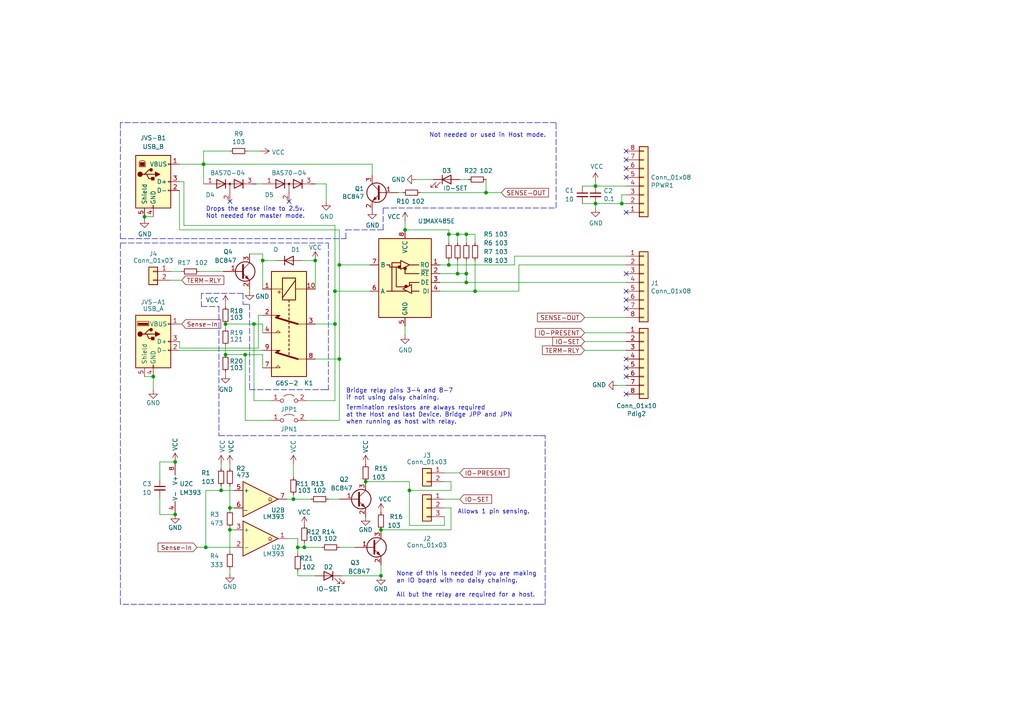
<source format=kicad_sch>
(kicad_sch (version 20211123) (generator eeschema)
  (paper "A4")
  (title_block (title "JVS I/O Sheild") (date "2022-10-13") (rev "1") (company "Naoki's Retro Corner"))
  (lib_symbols
    (symbol "Comparator:LM393" (pin_names (offset 0.127))
      (property "Reference" "U" (at 3.81 3.81 0))
      (property "Value" "LM393" (at 6.35 -3.81 0))
      (symbol "LM393_1_1"
        (polyline (pts (xy -5.08 5.08) (xy 5.08 0) (xy -5.08 -5.08) (xy -5.08 5.08)) (stroke (width 0.254)) (fill (type background)))
        (polyline (pts (xy 3.302 -0.508) (xy 2.794 -0.508) (xy 3.302 0) (xy 2.794 0.508) (xy 2.286 0) (xy 2.794 -0.508) (xy 2.286 -0.508)) (stroke (width 0.127)))
        (pin open_collector line (at 7.62 0 180) (length 2.54) (name "~") (number "1"))
        (pin input line (at -7.62 -2.54 0) (length 2.54) (name "-") (number "2"))
        (pin input line (at -7.62 2.54 0) (length 2.54) (name "+") (number "3"))
      )
      (symbol "LM393_2_1"
        (polyline (pts (xy -5.08 5.08) (xy 5.08 0) (xy -5.08 -5.08) (xy -5.08 5.08)) (stroke (width 0.254)) (fill (type background)))
        (polyline (pts (xy 3.302 -0.508) (xy 2.794 -0.508) (xy 3.302 0) (xy 2.794 0.508) (xy 2.286 0) (xy 2.794 -0.508) (xy 2.286 -0.508)) (stroke (width 0.127)))
        (pin input line (at -7.62 2.54 0) (length 2.54) (name "+") (number "5"))
        (pin input line (at -7.62 -2.54 0) (length 2.54) (name "_") (number "6"))
        (pin open_collector line (at 7.62 0 180) (length 2.54) (name "~") (number "7"))
      )
      (symbol "LM393_3_1"
        (pin power_in line (at -2.54 -7.62 90) (length 3.81) (name "V-") (number "4"))
        (pin power_in line (at -2.54 7.62 270) (length 3.81) (name "V+") (number "8"))
      )
    )
    (symbol "Connector:USB_A" (pin_names (offset 1.016))
      (property "Reference" "J" (at -5.08 11.43 0))
      (property "Value" "USB_A" (at -5.08 8.89 0))
      (symbol "USB_A_0_1"
        (rectangle (start -5.08 -7.62) (end 5.08 7.62) (stroke (width 0.254)) (fill (type background)))
        (circle (center -3.81 2.159) (radius 0.635) (stroke (width 0.254)) (fill (type outline)))
        (rectangle (start -1.524 4.826) (end -4.318 5.334) (fill (type outline)))
        (rectangle (start -1.27 4.572) (end -4.572 5.842))
        (circle (center -0.635 3.429) (radius 0.381) (stroke (width 0.254)) (fill (type outline)))
        (rectangle (start -0.127 -7.62) (end 0.127 -6.858))
        (polyline (pts (xy -3.175 2.159) (xy -2.54 2.159) (xy -1.27 3.429) (xy -0.635 3.429)) (stroke (width 0.254)))
        (polyline (pts (xy -2.54 2.159) (xy -1.905 2.159) (xy -1.27 0.889) (xy 0 0.889)) (stroke (width 0.254)))
        (polyline (pts (xy 0.635 2.794) (xy 0.635 1.524) (xy 1.905 2.159) (xy 0.635 2.794)) (stroke (width 0.254)) (fill (type outline)))
        (rectangle (start 0.254 1.27) (end -0.508 0.508) (stroke (width 0.254)) (fill (type outline)))
        (rectangle (start 5.08 -2.667) (end 4.318 -2.413))
        (rectangle (start 5.08 -0.127) (end 4.318 0.127))
        (rectangle (start 5.08 4.953) (end 4.318 5.207))
      )
      (symbol "USB_A_1_1"
        (polyline (pts (xy -1.905 2.159) (xy 0.635 2.159)) (stroke (width 0.254)))
        (pin power_in line (at 7.62 5.08 180) (length 2.54) (name "VBUS") (number "1"))
        (pin bidirectional line (at 7.62 -2.54 180) (length 2.54) (name "D-") (number "2"))
        (pin bidirectional line (at 7.62 0 180) (length 2.54) (name "D+") (number "3"))
        (pin power_in line (at 0 -10.16 90) (length 2.54) (name "GND") (number "4"))
        (pin passive line (at -2.54 -10.16 90) (length 2.54) (name "Shield") (number "5"))
      )
    )
    (symbol "Connector:USB_B" (pin_names (offset 1.016))
      (property "Reference" "J" (at -5.08 11.43 0))
      (property "Value" "USB_B" (at -5.08 8.89 0))
      (symbol "USB_B_0_1"
        (rectangle (start -5.08 -7.62) (end 5.08 7.62) (stroke (width 0.254)) (fill (type background)))
        (circle (center -3.81 2.159) (radius 0.635) (stroke (width 0.254)) (fill (type outline)))
        (rectangle (start -3.81 5.588) (end -2.54 4.572) (fill (type outline)))
        (circle (center -0.635 3.429) (radius 0.381) (stroke (width 0.254)) (fill (type outline)))
        (rectangle (start -0.127 -7.62) (end 0.127 -6.858))
        (polyline (pts (xy -1.905 2.159) (xy 0.635 2.159)) (stroke (width 0.254)))
        (polyline (pts (xy -3.175 2.159) (xy -2.54 2.159) (xy -1.27 3.429) (xy -0.635 3.429)) (stroke (width 0.254)))
        (polyline (pts (xy -2.54 2.159) (xy -1.905 2.159) (xy -1.27 0.889) (xy 0 0.889)) (stroke (width 0.254)))
        (polyline (pts (xy 0.635 2.794) (xy 0.635 1.524) (xy 1.905 2.159) (xy 0.635 2.794)) (stroke (width 0.254)) (fill (type outline)))
        (polyline (pts (xy -4.064 4.318) (xy -2.286 4.318) (xy -2.286 5.715) (xy -2.667 6.096) (xy -3.683 6.096) (xy -4.064 5.715) (xy -4.064 4.318)))
        (rectangle (start 0.254 1.27) (end -0.508 0.508) (stroke (width 0.254)) (fill (type outline)))
        (rectangle (start 5.08 -2.667) (end 4.318 -2.413))
        (rectangle (start 5.08 -0.127) (end 4.318 0.127))
        (rectangle (start 5.08 4.953) (end 4.318 5.207))
      )
      (symbol "USB_B_1_1"
        (pin power_out line (at 7.62 5.08 180) (length 2.54) (name "VBUS") (number "1"))
        (pin bidirectional line (at 7.62 -2.54 180) (length 2.54) (name "D-") (number "2"))
        (pin bidirectional line (at 7.62 0 180) (length 2.54) (name "D+") (number "3"))
        (pin power_out line (at 0 -10.16 90) (length 2.54) (name "GND") (number "4"))
        (pin passive line (at -2.54 -10.16 90) (length 2.54) (name "Shield") (number "5"))
      )
    )
    (symbol "Connector_Generic:Conn_01x02" (pin_names (offset 1.016) hide)
      (property "Reference" "J" (at 0 2.54 0))
      (property "Value" "Conn_01x02" (at 0 -5.08 0))
      (symbol "Conn_01x02_1_1"
        (rectangle (start -1.27 -2.413) (end 0 -2.667) (stroke (width 0.1524)))
        (rectangle (start -1.27 0.127) (end 0 -0.127) (stroke (width 0.1524)))
        (rectangle (start -1.27 1.27) (end 1.27 -3.81) (stroke (width 0.254)) (fill (type background)))
        (pin passive line (at -5.08 0 0) (length 3.81) (name "Pin_1") (number "1"))
        (pin passive line (at -5.08 -2.54 0) (length 3.81) (name "Pin_2") (number "2"))
      )
    )
    (symbol "Connector_Generic:Conn_01x03" (pin_names (offset 1.016) hide)
      (property "Reference" "J" (at 0 5.08 0))
      (property "Value" "Conn_01x03" (at 0 -5.08 0))
      (symbol "Conn_01x03_1_1"
        (rectangle (start -1.27 -2.413) (end 0 -2.667) (stroke (width 0.1524)))
        (rectangle (start -1.27 0.127) (end 0 -0.127) (stroke (width 0.1524)))
        (rectangle (start -1.27 2.667) (end 0 2.413) (stroke (width 0.1524)))
        (rectangle (start -1.27 3.81) (end 1.27 -3.81) (stroke (width 0.254)) (fill (type background)))
        (pin passive line (at -5.08 2.54 0) (length 3.81) (name "Pin_1") (number "1"))
        (pin passive line (at -5.08 0 0) (length 3.81) (name "Pin_2") (number "2"))
        (pin passive line (at -5.08 -2.54 0) (length 3.81) (name "Pin_3") (number "3"))
      )
    )
    (symbol "Connector_Generic:Conn_01x08" (pin_names (offset 1.016) hide)
      (property "Reference" "J" (at 0 10.16 0))
      (property "Value" "Conn_01x08" (at 0 -12.7 0))
      (symbol "Conn_01x08_1_1"
        (rectangle (start -1.27 -10.033) (end 0 -10.287) (stroke (width 0.1524)))
        (rectangle (start -1.27 -7.493) (end 0 -7.747) (stroke (width 0.1524)))
        (rectangle (start -1.27 -4.953) (end 0 -5.207) (stroke (width 0.1524)))
        (rectangle (start -1.27 -2.413) (end 0 -2.667) (stroke (width 0.1524)))
        (rectangle (start -1.27 0.127) (end 0 -0.127) (stroke (width 0.1524)))
        (rectangle (start -1.27 2.667) (end 0 2.413) (stroke (width 0.1524)))
        (rectangle (start -1.27 5.207) (end 0 4.953) (stroke (width 0.1524)))
        (rectangle (start -1.27 7.747) (end 0 7.493) (stroke (width 0.1524)))
        (rectangle (start -1.27 8.89) (end 1.27 -11.43) (stroke (width 0.254)) (fill (type background)))
        (pin passive line (at -5.08 7.62 0) (length 3.81) (name "Pin_1") (number "1"))
        (pin passive line (at -5.08 5.08 0) (length 3.81) (name "Pin_2") (number "2"))
        (pin passive line (at -5.08 2.54 0) (length 3.81) (name "Pin_3") (number "3"))
        (pin passive line (at -5.08 0 0) (length 3.81) (name "Pin_4") (number "4"))
        (pin passive line (at -5.08 -2.54 0) (length 3.81) (name "Pin_5") (number "5"))
        (pin passive line (at -5.08 -5.08 0) (length 3.81) (name "Pin_6") (number "6"))
        (pin passive line (at -5.08 -7.62 0) (length 3.81) (name "Pin_7") (number "7"))
        (pin passive line (at -5.08 -10.16 0) (length 3.81) (name "Pin_8") (number "8"))
      )
    )
    (symbol "Device:C_Small" (pin_numbers hide) (pin_names (offset 0.254) hide)
      (property "Reference" "C" (at 0.254 1.778 0))
      (property "Value" "C_Small" (at 0.254 -2.032 0))
      (symbol "C_Small_0_1"
        (polyline (pts (xy -1.524 -0.508) (xy 1.524 -0.508)) (stroke (width 0.3302)))
        (polyline (pts (xy -1.524 0.508) (xy 1.524 0.508)) (stroke (width 0.3048)))
      )
      (symbol "C_Small_1_1"
        (pin passive line (at 0 2.54 270) (length 2.032) (name "~") (number "1"))
        (pin passive line (at 0 -2.54 90) (length 2.032) (name "~") (number "2"))
      )
    )
    (symbol "Device:D" (pin_numbers hide) (pin_names (offset 1.016) hide)
      (property "Reference" "D" (at 0 2.54 0))
      (property "Value" "D" (at 0 -2.54 0))
      (symbol "D_0_1"
        (polyline (pts (xy -1.27 1.27) (xy -1.27 -1.27)) (stroke (width 0.254)))
        (polyline (pts (xy 1.27 0) (xy -1.27 0)))
        (polyline (pts (xy 1.27 1.27) (xy 1.27 -1.27) (xy -1.27 0) (xy 1.27 1.27)) (stroke (width 0.254)))
      )
      (symbol "D_1_1"
        (pin passive line (at -3.81 0 0) (length 2.54) (name "K") (number "1"))
        (pin passive line (at 3.81 0 180) (length 2.54) (name "A") (number "2"))
      )
    )
    (symbol "Device:D_Dual_Series_ACK" (pin_names (offset 0.762) hide)
      (property "Reference" "D" (at 1.27 -2.54 0))
      (property "Value" "D_Dual_Series_ACK" (at 0 2.54 0))
      (symbol "D_Dual_Series_ACK_0_1"
        (polyline (pts (xy 0 0) (xy 0 -2.54)))
        (polyline (pts (xy 3.81 0) (xy -3.81 0)))
        (polyline (pts (xy 6.35 0) (xy 7.62 0)))
        (polyline (pts (xy -1.27 -1.27) (xy -1.27 1.27) (xy -1.27 1.27)) (stroke (width 0.254)))
        (polyline (pts (xy 3.81 1.27) (xy 3.81 -1.27) (xy 3.81 -1.27)) (stroke (width 0.254)))
        (polyline (pts (xy -3.81 1.27) (xy -1.27 0) (xy -3.81 -1.27) (xy -3.81 1.27) (xy -3.81 1.27) (xy -3.81 1.27)) (stroke (width 0.254)))
        (polyline (pts (xy 1.27 1.27) (xy 3.81 0) (xy 1.27 -1.27) (xy 1.27 1.27) (xy 1.27 1.27) (xy 1.27 1.27)) (stroke (width 0.254)))
        (circle (center 0 0) (radius 0.254) (fill (type outline)))
        (pin passive line (at -7.62 0 0) (length 3.81) (name "A") (number "1"))
        (pin passive line (at 0 -5.08 90) (length 2.54) (name "common") (number "2"))
        (pin passive line (at 7.62 0 180) (length 3.81) (name "K") (number "3"))
      )
    )
    (symbol "Device:LED" (pin_numbers hide) (pin_names (offset 1.016) hide)
      (property "Reference" "D" (at 0 2.54 0))
      (property "Value" "LED" (at 0 -2.54 0))
      (symbol "LED_0_1"
        (polyline (pts (xy -1.27 -1.27) (xy -1.27 1.27)) (stroke (width 0.254)))
        (polyline (pts (xy -1.27 0) (xy 1.27 0)))
        (polyline (pts (xy 1.27 -1.27) (xy 1.27 1.27) (xy -1.27 0) (xy 1.27 -1.27)) (stroke (width 0.254)))
        (polyline (pts (xy -3.048 -0.762) (xy -4.572 -2.286) (xy -3.81 -2.286) (xy -4.572 -2.286) (xy -4.572 -1.524)))
        (polyline (pts (xy -1.778 -0.762) (xy -3.302 -2.286) (xy -2.54 -2.286) (xy -3.302 -2.286) (xy -3.302 -1.524)))
      )
      (symbol "LED_1_1"
        (pin passive line (at -3.81 0 0) (length 2.54) (name "K") (number "1"))
        (pin passive line (at 3.81 0 180) (length 2.54) (name "A") (number "2"))
      )
    )
    (symbol "Device:R_Small" (pin_numbers hide) (pin_names (offset 0.254) hide)
      (property "Reference" "R" (at 0.762 0.508 0))
      (property "Value" "R_Small" (at 0.762 -1.016 0))
      (symbol "R_Small_0_1"
        (rectangle (start -0.762 1.778) (end 0.762 -1.778) (stroke (width 0.2032)))
      )
      (symbol "R_Small_1_1"
        (pin passive line (at 0 2.54 270) (length 0.762) (name "~") (number "1"))
        (pin passive line (at 0 -2.54 90) (length 0.762) (name "~") (number "2"))
      )
    )
    (symbol "Interface_UART:MAX485E"
      (property "Reference" "U" (at -6.096 11.43 0))
      (property "Value" "MAX485E" (at 0.762 11.43 0))
      (symbol "MAX485E_0_1"
        (rectangle (start -7.62 10.16) (end 7.62 -12.7) (stroke (width 0.254)) (fill (type background)))
        (circle (center -0.3048 -3.683) (radius 0.3556) (stroke (width 0.254)) (fill (type outline)))
        (circle (center -0.0254 1.4986) (radius 0.3556) (stroke (width 0.254)) (fill (type outline)))
        (polyline (pts (xy -4.064 -5.08) (xy -1.905 -5.08)) (stroke (width 0.254)))
        (polyline (pts (xy -4.064 2.54) (xy -1.27 2.54)) (stroke (width 0.254)))
        (polyline (pts (xy -1.27 -3.2004) (xy -1.27 -3.4544)) (stroke (width 0.254)))
        (polyline (pts (xy -0.635 -5.08) (xy 5.334 -5.08)) (stroke (width 0.254)))
        (polyline (pts (xy -4.064 -2.54) (xy -1.27 -2.54) (xy -1.27 -3.175)) (stroke (width 0.254)))
        (polyline (pts (xy 0 1.27) (xy 0 0) (xy -4.064 0)) (stroke (width 0.254)))
        (polyline (pts (xy 1.27 3.175) (xy 3.81 3.175) (xy 3.81 -5.08)) (stroke (width 0.254)))
        (polyline (pts (xy 2.54 1.905) (xy 2.54 -3.81) (xy 0 -3.81)) (stroke (width 0.254)))
        (polyline (pts (xy -1.905 -3.175) (xy -1.905 -5.715) (xy 0.635 -4.445) (xy -1.905 -3.175)) (stroke (width 0.254)))
        (polyline (pts (xy -1.27 2.54) (xy 1.27 3.81) (xy 1.27 1.27) (xy -1.27 2.54)) (stroke (width 0.254)))
        (polyline (pts (xy 1.905 1.905) (xy 4.445 1.905) (xy 4.445 2.54) (xy 5.334 2.54)) (stroke (width 0.254)))
        (rectangle (start 1.27 3.175) (end 1.27 3.175))
        (circle (center 1.651 1.905) (radius 0.3556) (stroke (width 0.254)) (fill (type outline)))
      )
      (symbol "MAX485E_1_1"
        (pin output line (at -10.16 2.54 0) (length 2.54) (name "RO") (number "1"))
        (pin input line (at -10.16 0 0) (length 2.54) (name "~{RE}") (number "2"))
        (pin input line (at -10.16 -2.54 0) (length 2.54) (name "DE") (number "3"))
        (pin input line (at -10.16 -5.08 0) (length 2.54) (name "DI") (number "4"))
        (pin power_in line (at 0 -15.24 90) (length 2.54) (name "GND") (number "5"))
        (pin bidirectional line (at 10.16 -5.08 180) (length 2.54) (name "A") (number "6"))
        (pin bidirectional line (at 10.16 2.54 180) (length 2.54) (name "B") (number "7"))
        (pin power_in line (at 0 12.7 270) (length 2.54) (name "VCC") (number "8"))
      )
    )
    (symbol "Jumper:Jumper_2_Open" (pin_names (offset 0) hide)
      (property "Reference" "JP" (at 0 2.794 0))
      (property "Value" "Jumper_2_Open" (at 0 -2.286 0))
      (symbol "Jumper_2_Open_0_0"
        (circle (center -2.032 0) (radius 0.508))
        (circle (center 2.032 0) (radius 0.508))
      )
      (symbol "Jumper_2_Open_0_1"
        (arc (start 1.524 1.27) (mid 0 1.778) (end -1.524 1.27))
      )
      (symbol "Jumper_2_Open_1_1"
        (pin passive line (at -5.08 0 0) (length 2.54) (name "A") (number "1"))
        (pin passive line (at 5.08 0 180) (length 2.54) (name "B") (number "2"))
      )
    )
    (symbol "Relay:G6H-2"
      (property "Reference" "K1" (at 0 20.955 90))
      (property "Value" "G6S-2" (at 0 18.415 90))
      (symbol "G6H-2_0_0"
        (text "+" (at -9.271 2.921 0) (effects (font (size 1.27 1.27))))
      )
      (symbol "G6H-2_0_1"
        (rectangle (start -15.24 5.08) (end 15.24 -5.08) (stroke (width 0.254)) (fill (type background)))
        (rectangle (start -13.335 1.905) (end -6.985 -1.905) (stroke (width 0.254)))
        (polyline (pts (xy -12.7 -1.905) (xy -7.62 1.905)) (stroke (width 0.254)))
        (polyline (pts (xy -10.16 -5.08) (xy -10.16 -1.905)))
        (polyline (pts (xy -10.16 5.08) (xy -10.16 1.905)))
        (polyline (pts (xy -6.985 0) (xy -6.35 0)) (stroke (width 0.254)))
        (polyline (pts (xy -5.715 0) (xy -5.08 0)) (stroke (width 0.254)))
        (polyline (pts (xy -4.445 0) (xy -3.81 0)) (stroke (width 0.254)))
        (polyline (pts (xy -3.175 0) (xy -2.54 0)) (stroke (width 0.254)))
        (polyline (pts (xy -1.905 0) (xy -1.27 0)) (stroke (width 0.254)))
        (polyline (pts (xy -0.635 0) (xy 0 0)) (stroke (width 0.254)))
        (polyline (pts (xy 0 -2.54) (xy -1.905 3.81)) (stroke (width 0.508)))
        (polyline (pts (xy 0 -2.54) (xy 0 -5.08)))
        (polyline (pts (xy 0.635 0) (xy 1.27 0)) (stroke (width 0.254)))
        (polyline (pts (xy 1.905 0) (xy 2.54 0)) (stroke (width 0.254)))
        (polyline (pts (xy 3.175 0) (xy 3.81 0)) (stroke (width 0.254)))
        (polyline (pts (xy 4.445 0) (xy 5.08 0)) (stroke (width 0.254)))
        (polyline (pts (xy 5.715 0) (xy 6.35 0)) (stroke (width 0.254)))
        (polyline (pts (xy 6.985 0) (xy 7.62 0)) (stroke (width 0.254)))
        (polyline (pts (xy 8.255 0) (xy 8.89 0)) (stroke (width 0.254)))
        (polyline (pts (xy 10.16 -2.54) (xy 8.255 3.81)) (stroke (width 0.508)))
        (polyline (pts (xy 10.16 -2.54) (xy 10.16 -5.08)))
        (polyline (pts (xy -2.54 5.08) (xy -2.54 2.54) (xy -1.905 3.175) (xy -2.54 3.81)) (fill (type outline)))
        (polyline (pts (xy 2.54 5.08) (xy 2.54 2.54) (xy 1.905 3.175) (xy 2.54 3.81)))
        (polyline (pts (xy 7.62 5.08) (xy 7.62 2.54) (xy 8.255 3.175) (xy 7.62 3.81)) (fill (type outline)))
        (polyline (pts (xy 12.7 5.08) (xy 12.7 2.54) (xy 12.065 3.175) (xy 12.7 3.81)))
      )
      (symbol "G6H-2_1_1"
        (pin passive line (at -10.16 7.62 270) (length 2.54) (name "~") (number "1"))
        (pin passive line (at -10.16 -7.62 90) (length 2.54) (name "~") (number "10"))
        (pin passive line (at -2.54 7.62 270) (length 2.54) (name "~") (number "2"))
        (pin passive line (at 0 -7.62 90) (length 2.54) (name "~") (number "3"))
        (pin passive line (at 2.54 7.62 270) (length 2.54) (name "~") (number "4"))
        (pin passive line (at 12.7 7.62 270) (length 2.54) (name "~") (number "7"))
        (pin passive line (at 10.16 -7.62 90) (length 2.54) (name "~") (number "8"))
        (pin passive line (at 7.62 7.62 270) (length 2.54) (name "~") (number "9"))
      )
    )
    (symbol "Transistor_BJT:BC847" (pin_names (offset 0) hide)
      (property "Reference" "Q" (at 5.08 1.905 0))
      (property "Value" "BC847" (at 5.08 0 0))
      (symbol "BC847_0_1"
        (polyline (pts (xy 0.635 0.635) (xy 2.54 2.54)))
        (polyline (pts (xy 0.635 -0.635) (xy 2.54 -2.54) (xy 2.54 -2.54)))
        (polyline (pts (xy 0.635 1.905) (xy 0.635 -1.905) (xy 0.635 -1.905)) (stroke (width 0.508)))
        (polyline (pts (xy 1.27 -1.778) (xy 1.778 -1.27) (xy 2.286 -2.286) (xy 1.27 -1.778) (xy 1.27 -1.778)) (fill (type outline)))
        (circle (center 1.27 0) (radius 2.8194) (stroke (width 0.254)))
      )
      (symbol "BC847_1_1"
        (pin input line (at -5.08 0 0) (length 5.715) (name "B") (number "1"))
        (pin passive line (at 2.54 -5.08 90) (length 2.54) (name "E") (number "2"))
        (pin passive line (at 2.54 5.08 270) (length 2.54) (name "C") (number "3"))
      )
    )
    (symbol "power:GND" (power) (pin_names (offset 0))
      (property "Value" "GND" (at 0 -3.81 0))
      (symbol "GND_0_1"
        (polyline (pts (xy 0 0) (xy 0 -1.27) (xy 1.27 -1.27) (xy 0 -2.54) (xy -1.27 -1.27) (xy 0 -1.27)))
      )
      (symbol "GND_1_1"
        (pin power_in line (at 0 0 270) (length 0) hide (name "GND") (number "1"))
      )
    )
    (symbol "power:VCC" (power) (pin_names (offset 0))
      (property "Value" "VCC" (at 0 3.81 0))
      (symbol "VCC_0_1"
        (polyline (pts (xy -0.762 1.27) (xy 0 2.54)))
        (polyline (pts (xy 0 0) (xy 0 2.54)))
        (polyline (pts (xy 0 2.54) (xy 0.762 1.27)))
      )
      (symbol "VCC_1_1"
        (pin power_in line (at 0 0 90) (length 0) hide (name "VCC") (number "1"))
      )
    )
  )
  (junction (at 130.175 76.835))
  (junction (at 88.265 158.75))
  (junction (at 59.69 158.75))
  (junction (at 85.09 144.78))
  (junction (at 180.34 59.055))
  (junction (at 65.405 102.87))
  (junction (at 41.91 62.865))
  (junction (at 86.36 158.75))
  (junction (at 65.405 93.98))
  (junction (at 135.255 67.945))
  (junction (at 98.425 76.835))
  (junction (at 50.8 133.985))
  (junction (at 66.675 147.32))
  (junction (at 91.44 75.565))
  (junction (at 135.255 79.375))
  (junction (at 97.155 84.455))
  (junction (at 110.49 167.005))
  (junction (at 130.175 67.945))
  (junction (at 140.97 55.88))
  (junction (at 71.12 102.87))
  (junction (at 172.72 59.055))
  (junction (at 44.45 109.22))
  (junction (at 66.675 153.67))
  (junction (at 50.8 149.225))
  (junction (at 135.255 81.915))
  (junction (at 98.425 104.14))
  (junction (at 172.72 53.975))
  (junction (at 97.155 93.98))
  (junction (at 106.045 139.7))
  (junction (at 132.715 67.945))
  (junction (at 73.66 93.98))
  (junction (at 64.135 142.24))
  (junction (at 59.055 47.625))
  (junction (at 110.49 153.67))
  (junction (at 137.795 84.455))
  (junction (at 76.2 75.565))
  (junction (at 118.745 142.24))
  (junction (at 132.715 79.375))
  (junction (at 117.475 66.675))
  (no_connect (at 181.61 61.595))
  (no_connect (at 181.61 109.22))
  (no_connect (at 181.61 106.68))
  (no_connect (at 181.61 84.455))
  (no_connect (at 181.61 43.815))
  (no_connect (at 181.61 89.535))
  (no_connect (at 181.61 46.355))
  (no_connect (at 181.61 114.3))
  (no_connect (at 181.61 104.14))
  (no_connect (at 181.61 79.375))
  (no_connect (at 181.61 51.435))
  (no_connect (at 181.61 86.995))
  (no_connect (at 83.82 58.42))
  (no_connect (at 66.675 58.42))
  (no_connect (at 181.61 48.895))
  (wire (pts (xy 130.81 147.32) (xy 130.81 153.67)))
  (wire (pts (xy 52.07 93.98) (xy 52.705 93.98)))
  (wire (pts (xy 91.44 53.34) (xy 94.615 53.34)))
  (wire (pts (xy 135.255 79.375) (xy 135.255 75.565)))
  (polyline (pts (xy 70.485 85.09) (xy 70.485 88.265)))
  (wire (pts (xy 52.07 101.6) (xy 76.2 101.6)))
  (wire (pts (xy 117.475 66.675) (xy 130.175 66.675)))
  (wire (pts (xy 72.39 83.82) (xy 72.39 84.455)))
  (wire (pts (xy 64.135 134.62) (xy 64.135 135.89)))
  (wire (pts (xy 57.785 78.74) (xy 64.77 78.74)))
  (wire (pts (xy 78.74 116.205) (xy 73.66 116.205)))
  (wire (pts (xy 180.34 56.515) (xy 181.61 56.515)))
  (wire (pts (xy 66.675 134.62) (xy 66.675 135.89)))
  (wire (pts (xy 66.675 166.37) (xy 66.675 165.1)))
  (wire (pts (xy 110.49 153.67) (xy 130.81 153.67)))
  (wire (pts (xy 74.295 53.34) (xy 76.2 53.34)))
  (wire (pts (xy 94.615 53.34) (xy 94.615 58.42)))
  (polyline (pts (xy 100.33 66.675) (xy 111.125 66.675)))
  (polyline (pts (xy 111.125 60.325) (xy 161.29 60.325)))
  (wire (pts (xy 66.675 153.67) (xy 67.945 153.67)))
  (wire (pts (xy 107.95 47.625) (xy 107.95 50.8)))
  (wire (pts (xy 67.945 147.32) (xy 66.675 147.32)))
  (wire (pts (xy 59.69 142.24) (xy 59.69 158.75)))
  (wire (pts (xy 135.255 81.915) (xy 181.61 81.915)))
  (wire (pts (xy 65.405 93.98) (xy 65.405 95.25)))
  (wire (pts (xy 53.34 65.405) (xy 53.34 52.705)))
  (polyline (pts (xy 156.21 175.26) (xy 158.115 175.26)))
  (wire (pts (xy 41.91 62.865) (xy 41.91 63.5)))
  (wire (pts (xy 74.93 91.44) (xy 74.93 100.965)))
  (wire (pts (xy 76.2 93.98) (xy 76.2 96.52)))
  (wire (pts (xy 130.81 139.7) (xy 128.905 139.7)))
  (wire (pts (xy 98.425 158.75) (xy 102.87 158.75)))
  (wire (pts (xy 74.93 91.44) (xy 76.2 91.44)))
  (wire (pts (xy 121.92 55.88) (xy 140.97 55.88)))
  (polyline (pts (xy 70.485 88.265) (xy 72.39 88.265)))
  (wire (pts (xy 128.905 137.16) (xy 133.35 137.16)))
  (wire (pts (xy 88.265 157.48) (xy 88.265 158.75)))
  (wire (pts (xy 132.715 67.945) (xy 132.715 70.485)))
  (wire (pts (xy 65.405 107.95) (xy 65.405 108.585)))
  (wire (pts (xy 169.545 101.6) (xy 181.61 101.6)))
  (wire (pts (xy 59.055 43.815) (xy 66.675 43.815)))
  (wire (pts (xy 52.07 47.625) (xy 59.055 47.625)))
  (polyline (pts (xy 70.485 85.09) (xy 58.42 85.09)))
  (wire (pts (xy 110.49 163.83) (xy 110.49 167.005)))
  (wire (pts (xy 135.255 67.945) (xy 132.715 67.945)))
  (polyline (pts (xy 72.39 88.265) (xy 72.39 113.03)))
  (wire (pts (xy 66.675 147.32) (xy 66.675 147.955)))
  (wire (pts (xy 150.495 84.455) (xy 137.795 84.455)))
  (wire (pts (xy 137.795 84.455) (xy 137.795 75.565)))
  (wire (pts (xy 135.255 70.485) (xy 135.255 67.945)))
  (wire (pts (xy 65.405 88.265) (xy 65.405 88.9)))
  (wire (pts (xy 172.72 59.055) (xy 172.72 60.325)))
  (wire (pts (xy 46.355 133.985) (xy 46.355 139.065)))
  (wire (pts (xy 117.475 97.155) (xy 117.475 94.615)))
  (wire (pts (xy 130.81 142.24) (xy 130.81 139.7)))
  (polyline (pts (xy 34.925 77.47) (xy 34.925 175.26)))
  (wire (pts (xy 71.12 102.87) (xy 65.405 102.87)))
  (wire (pts (xy 85.09 134.62) (xy 85.09 138.43)))
  (wire (pts (xy 140.97 55.88) (xy 145.415 55.88)))
  (wire (pts (xy 85.09 144.78) (xy 90.17 144.78)))
  (wire (pts (xy 137.795 67.945) (xy 135.255 67.945)))
  (polyline (pts (xy 156.21 175.26) (xy 34.925 175.26)))
  (wire (pts (xy 97.155 65.405) (xy 97.155 84.455)))
  (wire (pts (xy 49.53 81.28) (xy 52.705 81.28)))
  (polyline (pts (xy 63.5 126.365) (xy 95.25 126.365)))
  (wire (pts (xy 97.155 84.455) (xy 107.315 84.455)))
  (wire (pts (xy 169.545 99.06) (xy 181.61 99.06)))
  (wire (pts (xy 91.44 75.565) (xy 87.63 75.565)))
  (wire (pts (xy 172.72 59.055) (xy 180.34 59.055)))
  (polyline (pts (xy 34.925 70.485) (xy 95.25 70.485)))
  (wire (pts (xy 52.07 100.965) (xy 74.93 100.965)))
  (wire (pts (xy 130.175 67.945) (xy 132.715 67.945)))
  (wire (pts (xy 41.91 62.865) (xy 44.45 62.865)))
  (wire (pts (xy 128.905 144.78) (xy 133.35 144.78)))
  (polyline (pts (xy 34.925 35.56) (xy 34.925 69.215)))
  (wire (pts (xy 72.39 73.66) (xy 76.2 73.66)))
  (wire (pts (xy 64.135 142.24) (xy 67.945 142.24)))
  (wire (pts (xy 49.53 78.74) (xy 52.705 78.74)))
  (wire (pts (xy 181.61 111.76) (xy 179.07 111.76)))
  (wire (pts (xy 76.2 75.565) (xy 80.01 75.565)))
  (wire (pts (xy 88.265 158.75) (xy 93.345 158.75)))
  (wire (pts (xy 117.475 64.135) (xy 117.475 66.675)))
  (wire (pts (xy 169.545 92.075) (xy 181.61 92.075)))
  (polyline (pts (xy 158.115 126.365) (xy 156.21 126.365)))
  (wire (pts (xy 65.405 100.33) (xy 65.405 102.87)))
  (wire (pts (xy 59.055 43.815) (xy 59.055 47.625)))
  (wire (pts (xy 118.745 142.24) (xy 130.81 142.24)))
  (wire (pts (xy 150.495 76.835) (xy 181.61 76.835)))
  (wire (pts (xy 132.715 79.375) (xy 132.715 75.565)))
  (wire (pts (xy 86.36 158.75) (xy 88.265 158.75)))
  (wire (pts (xy 41.91 109.22) (xy 44.45 109.22)))
  (polyline (pts (xy 72.39 113.03) (xy 95.25 113.03)))
  (wire (pts (xy 59.055 47.625) (xy 59.055 53.34)))
  (wire (pts (xy 127.635 81.915) (xy 135.255 81.915)))
  (wire (pts (xy 64.135 140.97) (xy 64.135 142.24)))
  (wire (pts (xy 118.745 139.7) (xy 118.745 142.24)))
  (wire (pts (xy 52.07 66.675) (xy 98.425 66.675)))
  (wire (pts (xy 130.175 76.835) (xy 130.175 75.565)))
  (wire (pts (xy 86.36 158.75) (xy 86.36 160.655)))
  (wire (pts (xy 149.225 74.295) (xy 181.61 74.295)))
  (wire (pts (xy 98.425 76.835) (xy 98.425 104.14)))
  (wire (pts (xy 149.225 74.295) (xy 149.225 76.835)))
  (wire (pts (xy 135.255 81.915) (xy 135.255 79.375)))
  (wire (pts (xy 180.34 59.055) (xy 180.34 56.515)))
  (wire (pts (xy 52.07 52.705) (xy 53.34 52.705)))
  (wire (pts (xy 59.69 158.75) (xy 67.945 158.75)))
  (wire (pts (xy 168.91 53.975) (xy 172.72 53.975)))
  (wire (pts (xy 97.155 116.205) (xy 97.155 93.98)))
  (wire (pts (xy 130.175 66.675) (xy 130.175 67.945)))
  (wire (pts (xy 76.2 83.82) (xy 76.2 75.565)))
  (wire (pts (xy 50.8 149.225) (xy 46.355 149.225)))
  (polyline (pts (xy 95.25 126.365) (xy 156.21 126.365)))
  (wire (pts (xy 120.65 52.07) (xy 125.73 52.07)))
  (wire (pts (xy 99.06 167.005) (xy 110.49 167.005)))
  (wire (pts (xy 118.745 142.24) (xy 118.745 152.4)))
  (wire (pts (xy 85.09 143.51) (xy 85.09 144.78)))
  (wire (pts (xy 132.715 79.375) (xy 135.255 79.375)))
  (wire (pts (xy 150.495 76.835) (xy 150.495 84.455)))
  (wire (pts (xy 71.755 43.815) (xy 75.565 43.815)))
  (wire (pts (xy 91.44 167.005) (xy 86.36 167.005)))
  (wire (pts (xy 127.635 76.835) (xy 130.175 76.835)))
  (wire (pts (xy 169.545 96.52) (xy 181.61 96.52)))
  (wire (pts (xy 172.72 59.055) (xy 168.91 59.055)))
  (wire (pts (xy 91.44 83.82) (xy 91.44 75.565)))
  (polyline (pts (xy 158.115 175.26) (xy 158.115 126.365)))
  (wire (pts (xy 181.61 59.055) (xy 180.34 59.055)))
  (wire (pts (xy 66.675 140.97) (xy 66.675 147.32)))
  (wire (pts (xy 91.44 104.14) (xy 98.425 104.14)))
  (wire (pts (xy 97.155 65.405) (xy 53.34 65.405)))
  (polyline (pts (xy 95.25 70.485) (xy 95.25 113.03)))
  (polyline (pts (xy 161.29 35.56) (xy 34.925 35.56)))
  (wire (pts (xy 91.44 93.98) (xy 97.155 93.98)))
  (wire (pts (xy 172.72 53.975) (xy 181.61 53.975)))
  (polyline (pts (xy 34.925 70.485) (xy 34.925 78.105)))
  (wire (pts (xy 44.45 109.22) (xy 44.45 113.03)))
  (wire (pts (xy 88.9 116.205) (xy 97.155 116.205)))
  (wire (pts (xy 98.425 76.835) (xy 98.425 66.675)))
  (wire (pts (xy 115.57 55.88) (xy 116.84 55.88)))
  (wire (pts (xy 52.07 99.06) (xy 52.07 100.965)))
  (wire (pts (xy 78.74 121.92) (xy 71.12 121.92)))
  (wire (pts (xy 83.185 156.21) (xy 86.36 156.21)))
  (wire (pts (xy 127.635 79.375) (xy 132.715 79.375)))
  (polyline (pts (xy 58.42 85.09) (xy 58.42 88.9)))
  (wire (pts (xy 66.675 153.035) (xy 66.675 153.67)))
  (polyline (pts (xy 34.925 69.215) (xy 100.33 69.215)))
  (wire (pts (xy 59.055 47.625) (xy 107.95 47.625)))
  (wire (pts (xy 52.07 55.245) (xy 52.07 66.675)))
  (wire (pts (xy 130.175 67.945) (xy 130.175 70.485)))
  (polyline (pts (xy 100.33 69.215) (xy 100.33 66.675)))
  (wire (pts (xy 73.66 93.98) (xy 65.405 93.98)))
  (wire (pts (xy 97.155 93.98) (xy 97.155 84.455)))
  (polyline (pts (xy 58.42 88.9) (xy 63.5 88.9)))
  (wire (pts (xy 128.905 147.32) (xy 130.81 147.32)))
  (polyline (pts (xy 95.25 113.03) (xy 94.615 113.03)))
  (wire (pts (xy 172.72 52.705) (xy 172.72 53.975)))
  (wire (pts (xy 76.2 102.87) (xy 71.12 102.87)))
  (wire (pts (xy 98.425 121.92) (xy 98.425 104.14)))
  (polyline (pts (xy 111.125 66.675) (xy 111.125 60.325)))
  (wire (pts (xy 76.2 93.98) (xy 73.66 93.98)))
  (wire (pts (xy 66.675 153.67) (xy 66.675 160.02)))
  (wire (pts (xy 57.15 158.75) (xy 59.69 158.75)))
  (wire (pts (xy 46.355 149.225) (xy 46.355 144.145)))
  (wire (pts (xy 73.66 116.205) (xy 73.66 93.98)))
  (wire (pts (xy 76.2 106.68) (xy 76.2 102.87)))
  (polyline (pts (xy 161.29 60.325) (xy 161.29 35.56)))
  (wire (pts (xy 95.25 144.78) (xy 98.425 144.78)))
  (wire (pts (xy 130.175 76.835) (xy 149.225 76.835)))
  (wire (pts (xy 71.12 121.92) (xy 71.12 102.87)))
  (polyline (pts (xy 63.5 88.9) (xy 63.5 126.365)))
  (wire (pts (xy 128.905 152.4) (xy 118.745 152.4)))
  (wire (pts (xy 86.36 167.005) (xy 86.36 165.735)))
  (wire (pts (xy 140.97 55.88) (xy 140.97 52.07)))
  (wire (pts (xy 106.045 139.7) (xy 118.745 139.7)))
  (wire (pts (xy 76.2 73.66) (xy 76.2 75.565)))
  (wire (pts (xy 83.185 144.78) (xy 85.09 144.78)))
  (wire (pts (xy 50.8 133.985) (xy 46.355 133.985)))
  (wire (pts (xy 88.9 121.92) (xy 98.425 121.92)))
  (wire (pts (xy 59.69 142.24) (xy 64.135 142.24)))
  (wire (pts (xy 133.35 52.07) (xy 135.89 52.07)))
  (wire (pts (xy 86.36 156.21) (xy 86.36 158.75)))
  (wire (pts (xy 127.635 84.455) (xy 137.795 84.455)))
  (wire (pts (xy 128.905 149.86) (xy 128.905 152.4)))
  (wire (pts (xy 137.795 70.485) (xy 137.795 67.945)))
  (wire (pts (xy 98.425 76.835) (xy 107.315 76.835)))
  (text "Not needed or used in Host mode." (at 124.46 40.005 0) (effects (font (size 1.27 1.27)) (justify left bottom)))
  (text "None of this is needed if you are making\nan IO board with no daisy chaining.\n\nAll but the relay are required for a host." (at 114.935 173.355 0) (effects (font (size 1.27 1.27)) (justify left bottom)))
  (text "Bridge relay pins 3-4 and 8-7 \nif not using daisy chaining." (at 100.33 116.205 0) (effects (font (size 1.27 1.27)) (justify left bottom)))
  (text "Allows 1 pin sensing." (at 132.715 149.225 0) (effects (font (size 1.27 1.27)) (justify left bottom)))
  (text "Drops the sense line to 2.5v.\nNot needed for master mode." (at 59.69 63.5 0) (effects (font (size 1.27 1.27)) (justify left bottom)))
  (text "Termination resistors are always required\nat the Host and last Device. Bridge JPP and JPN\nwhen running as host with relay." (at 100.33 123.19 0) (effects (font (size 1.27 1.27)) (justify left bottom)))
  (global_label "IO-PRESENT" (shape input) (at 169.545 96.52 180) (property "Intersheet References" "${INTERSHEET_REFS}" (effects hide)))
  (global_label "IO-SET" (shape input) (at 133.35 144.78 0) (property "Intersheet References" "${INTERSHEET_REFS}" (effects hide)))
  (global_label "TERM-RLY" (shape input) (at 169.545 101.6 180) (property "Intersheet References" "${INTERSHEET_REFS}" (effects hide)))
  (global_label "Sense-In" (shape input) (at 52.705 93.98 0) (property "Intersheet References" "${INTERSHEET_REFS}" (effects hide)))
  (global_label "Sense-In" (shape input) (at 57.15 158.75 180) (property "Intersheet References" "${INTERSHEET_REFS}" (effects hide)))
  (global_label "SENSE-OUT" (shape input) (at 145.415 55.88 0) (property "Intersheet References" "${INTERSHEET_REFS}" (effects hide)))
  (global_label "IO-SET" (shape input) (at 169.545 99.06 180) (property "Intersheet References" "${INTERSHEET_REFS}" (effects hide)))
  (global_label "TERM-RLY" (shape input) (at 52.705 81.28 0) (property "Intersheet References" "${INTERSHEET_REFS}" (effects hide)))
  (global_label "IO-PRESENT" (shape input) (at 133.35 137.16 0) (property "Intersheet References" "${INTERSHEET_REFS}" (effects hide)))
  (global_label "SENSE-OUT" (shape input) (at 169.545 92.075 180) (property "Intersheet References" "${INTERSHEET_REFS}" (effects hide)))
  (symbol (lib_id "Connector:USB_A") (at 44.45 99.06 0) (unit 1)
    (property "Reference" "JVS-A1" (at 44.45 87.63 0))
    (property "Value" "USB_A" (at 44.45 89.535 0))
    (property "Footprint" "Connector_USB:USB_A_CONNFLY_DS1095-WNR0" (effects hide))
    (property "Datasheet" " ~" (effects hide))
  )
  (symbol (lib_id "Connector:USB_B") (at 44.45 52.705 0) (unit 1)
    (property "Reference" "JVS-B1" (at 44.45 40.005 0))
    (property "Value" "USB_B" (at 44.45 42.545 0))
    (property "Footprint" "Connector_USB:USB_B_Lumberg_2411_02_Horizontal" (effects hide))
    (property "Datasheet" " ~" (effects hide))
  )
  (symbol (lib_id "power:GND") (at 44.45 113.03 0) (unit 1)
    (property "Reference" "#PWR0103" (effects hide))
    (property "Value" "GND" (at 44.45 116.84 0))
  )
  (symbol (lib_id "Interface_UART:MAX485E") (at 117.475 79.375 0) (mirror y) (unit 1)
    (property "Reference" "U1" (at 122.555 64.135 0))
    (property "Value" "MAX485E" (at 127.635 64.135 0))
    (property "Footprint" "Package_SO:SOIC-8_3.9x4.9mm_P1.27mm" (effects hide))
    (property "Datasheet" "https://datasheets.maximintegrated.com/en/ds/MAX1487E-MAX491E.pdf" (effects hide))
  )
  (symbol (lib_id "power:GND") (at 117.475 97.155 0) (unit 1)
    (property "Reference" "#PWR0104" (effects hide))
    (property "Value" "GND" (at 117.602 101.5492 0))
  )
  (symbol (lib_id "power:VCC") (at 117.475 64.135 0) (unit 1)
    (property "Reference" "#PWR0105" (effects hide))
    (property "Value" "VCC" (at 114.3 62.865 0))
  )
  (symbol (lib_id "Device:R_Small") (at 130.175 73.025 0) (unit 1)
    (property "Reference" "R5" (at 141.605 67.945 0))
    (property "Value" "103" (at 145.415 67.945 0))
    (property "Footprint" "Resistor_SMD:R_1206_3216Metric" (effects hide))
  )
  (symbol (lib_id "Device:R_Small") (at 132.715 73.025 0) (unit 1)
    (property "Reference" "R6" (at 141.605 70.485 0))
    (property "Value" "103" (at 145.415 70.485 0))
    (property "Footprint" "Resistor_SMD:R_1206_3216Metric" (effects hide))
  )
  (symbol (lib_id "Device:R_Small") (at 135.255 73.025 0) (unit 1)
    (property "Reference" "R7" (at 141.605 73.025 0))
    (property "Value" "103" (at 145.415 73.025 0))
    (property "Footprint" "Resistor_SMD:R_1206_3216Metric" (effects hide))
  )
  (symbol (lib_id "Device:R_Small") (at 137.795 73.025 0) (unit 1)
    (property "Reference" "R8" (at 141.605 75.565 0))
    (property "Value" "103" (at 145.415 75.565 0))
    (property "Footprint" "Resistor_SMD:R_1206_3216Metric" (effects hide))
  )
  (symbol (lib_id "Device:C_Small") (at 172.72 56.515 0) (unit 1)
    (property "Reference" "C2" (at 175.0568 55.3466 0) (effects (justify left)))
    (property "Value" "0.1" (at 175.0568 57.658 0) (effects (justify left)))
    (property "Footprint" "Capacitor_SMD:C_1206_3216Metric" (effects hide))
  )
  (symbol (lib_id "power:VCC") (at 172.72 52.705 0) (unit 1)
    (property "Reference" "#PWR0106" (effects hide))
    (property "Value" "VCC" (at 173.101 48.3108 0))
  )
  (symbol (lib_id "power:GND") (at 172.72 60.325 0) (unit 1)
    (property "Reference" "#PWR0107" (effects hide))
    (property "Value" "GND" (at 172.847 64.7192 0))
  )
  (symbol (lib_id "Device:R_Small") (at 64.135 138.43 0) (unit 1)
    (property "Reference" "R1" (at 59.69 137.16 0))
    (property "Value" "103" (at 60.325 139.7 0))
    (property "Footprint" "Resistor_SMD:R_1206_3216Metric" (effects hide))
  )
  (symbol (lib_id "Device:R_Small") (at 66.675 162.56 0) (unit 1)
    (property "Reference" "R4" (at 62.23 161.29 0))
    (property "Value" "333" (at 62.865 163.83 0))
    (property "Footprint" "Resistor_SMD:R_1206_3216Metric" (effects hide))
  )
  (symbol (lib_id "power:GND") (at 66.675 166.37 0) (unit 1)
    (property "Reference" "#PWR0114" (effects hide))
    (property "Value" "GND" (at 66.675 170.18 0))
  )
  (symbol (lib_id "power:VCC") (at 64.135 134.62 0) (unit 1)
    (property "Reference" "#PWR0112" (effects hide))
    (property "Value" "VCC" (at 64.516 131.3688 90) (effects (justify left)))
  )
  (symbol (lib_id "Device:R_Small") (at 85.09 140.97 180) (unit 1)
    (property "Reference" "R11" (at 87.63 140.335 0))
    (property "Value" "103" (at 88.265 142.24 0))
    (property "Footprint" "Resistor_SMD:R_1206_3216Metric" (effects hide))
  )
  (symbol (lib_id "power:VCC") (at 85.09 134.62 0) (unit 1)
    (property "Reference" "#PWR0113" (effects hide))
    (property "Value" "VCC" (at 85.09 131.445 90) (effects (justify left)))
  )
  (symbol (lib_id "Device:C_Small") (at 168.91 56.515 0) (unit 1)
    (property "Reference" "C1" (at 163.83 55.245 0) (effects (justify left)))
    (property "Value" "10" (at 163.83 57.785 0) (effects (justify left)))
    (property "Footprint" "Capacitor_SMD:C_1206_3216Metric" (effects hide))
  )
  (symbol (lib_id "Connector_Generic:Conn_01x08") (at 186.69 81.915 0) (unit 1)
    (property "Reference" "J1" (at 188.722 82.1182 0) (effects (justify left)))
    (property "Value" "Conn_01x08" (at 188.722 84.4296 0) (effects (justify left)))
    (property "Footprint" "Connector_PinHeader_2.54mm:PinHeader_1x08_P2.54mm_Vertical" (effects hide))
  )
  (symbol (lib_id "Device:R_Small") (at 69.215 43.815 270) (unit 1)
    (property "Reference" "R9" (at 69.215 38.8366 90))
    (property "Value" "103" (at 69.215 41.148 90))
    (property "Footprint" "Resistor_SMD:R_1206_3216Metric" (effects hide))
  )
  (symbol (lib_id "power:VCC") (at 75.565 43.815 270) (unit 1)
    (property "Reference" "#PWR0108" (effects hide))
    (property "Value" "VCC" (at 78.8162 44.196 90) (effects (justify left)))
  )
  (symbol (lib_id "power:GND") (at 107.95 60.96 0) (unit 1)
    (property "Reference" "#PWR0109" (effects hide))
    (property "Value" "GND" (at 108.077 65.3542 0))
  )
  (symbol (lib_id "Transistor_BJT:BC847") (at 110.49 55.88 0) (mirror y) (unit 1)
    (property "Reference" "Q1" (at 105.6386 54.7116 0) (effects (justify left)))
    (property "Value" "BC847" (at 105.6386 57.023 0) (effects (justify left)))
    (property "Footprint" "Package_TO_SOT_SMD:SOT-23" (effects hide))
    (property "Datasheet" "http://www.infineon.com/dgdl/Infineon-BC847SERIES_BC848SERIES_BC849SERIES_BC850SERIES-DS-v01_01-en.pdf?fileId=db3a304314dca389011541d4630a1657" (effects hide))
  )
  (symbol (lib_id "Device:R_Small") (at 119.38 55.88 270) (unit 1)
    (property "Reference" "R10" (at 116.84 58.42 90))
    (property "Value" "102" (at 121.285 58.42 90))
    (property "Footprint" "Resistor_SMD:R_1206_3216Metric" (effects hide))
  )
  (symbol (lib_id "power:GND") (at 41.91 63.5 0) (unit 1)
    (property "Reference" "#PWR0116" (effects hide))
    (property "Value" "GND" (at 42.037 67.8942 0))
  )
  (symbol (lib_id "Connector_Generic:Conn_01x08") (at 186.69 53.975 0) (mirror x) (unit 1)
    (property "Reference" "PPWR1" (at 188.722 53.7718 0) (effects (justify left)))
    (property "Value" "Conn_01x08" (at 188.722 51.4604 0) (effects (justify left)))
    (property "Footprint" "Connector_PinHeader_2.54mm:PinHeader_1x08_P2.54mm_Vertical" (effects hide))
  )
  (symbol (lib_id "Connector_Generic:Conn_01x08") (at 186.69 104.14 0) (unit 1)
    (property "Reference" "Pdig2" (at 184.6072 120.015 0))
    (property "Value" "Conn_01x10" (at 184.6072 117.7036 0))
    (property "Footprint" "Connector_PinHeader_2.54mm:PinHeader_1x10_P2.54mm_Vertical" (effects hide))
  )
  (symbol (lib_id "power:GND") (at 179.07 111.76 270) (mirror x) (unit 1)
    (property "Reference" "#PWR0115" (effects hide))
    (property "Value" "GND" (at 175.8188 111.633 90) (effects (justify right)))
  )
  (symbol (lib_id "Device:D") (at 83.82 75.565 0) (mirror x) (unit 1)
    (property "Reference" "D1" (at 85.725 72.39 0))
    (property "Value" "D" (at 80.01 72.39 0))
    (property "Footprint" "Diode_SMD:D_1206_3216Metric" (effects hide))
  )
  (symbol (lib_id "power:VCC") (at 66.675 134.62 0) (unit 1)
    (property "Reference" "#PWR0111" (effects hide))
    (property "Value" "VCC" (at 67.056 131.3688 90) (effects (justify left)))
  )
  (symbol (lib_id "Comparator:LM393") (at 53.34 141.605 0) (unit 3)
    (property "Reference" "U2" (at 52.07 140.3349 0) (effects (justify left)))
    (property "Value" "LM393" (at 52.07 142.8749 0) (effects (justify left)))
    (property "Footprint" "Package_SO:SOIC-8_3.9x4.9mm_P1.27mm" (effects hide))
    (property "Datasheet" "http://www.ti.com/lit/ds/symlink/lm393.pdf" (effects hide))
  )
  (symbol (lib_id "power:GND") (at 106.045 149.86 0) (unit 1)
    (property "Reference" "#PWR0121" (effects hide))
    (property "Value" "GND" (at 106.045 153.67 0))
  )
  (symbol (lib_id "Device:R_Small") (at 138.43 52.07 270) (unit 1)
    (property "Reference" "R22" (at 136.525 49.53 90))
    (property "Value" "102" (at 140.97 49.53 90))
    (property "Footprint" "Resistor_SMD:R_1206_3216Metric" (effects hide))
  )
  (symbol (lib_id "Jumper:Jumper_2_Open") (at 83.82 116.205 0) (unit 1)
    (property "Reference" "JPP1" (at 83.82 118.745 0))
    (property "Value" "Jumper_2_Open" (effects hide))
    (property "Footprint" "Jumper:SolderJumper-2_P1.3mm_Open_Pad1.0x1.5mm" (effects hide))
  )
  (symbol (lib_id "Device:D_Dual_Series_ACK") (at 83.82 53.34 0) (unit 1)
    (property "Reference" "D5" (at 78.105 56.515 0))
    (property "Value" "BAS70-04" (at 83.82 50.165 0))
    (property "Footprint" "Package_TO_SOT_SMD:SOT-23" (effects hide))
  )
  (symbol (lib_id "Device:R_Small") (at 92.71 144.78 270) (unit 1)
    (property "Reference" "R13" (at 92.075 140.335 90))
    (property "Value" "102" (at 92.71 142.24 90))
    (property "Footprint" "Resistor_SMD:R_1206_3216Metric" (effects hide))
  )
  (symbol (lib_id "power:VCC") (at 50.8 133.985 0) (mirror y) (unit 1)
    (property "Reference" "#PWR0102" (effects hide))
    (property "Value" "VCC" (at 50.8 130.81 90) (effects (justify left)))
  )
  (symbol (lib_id "Device:LED") (at 95.25 167.005 0) (mirror y) (unit 1)
    (property "Reference" "D2" (at 95.25 164.465 0))
    (property "Value" "IO-SET" (at 95.25 170.815 0))
    (property "Footprint" "LED_SMD:LED_1206_3216Metric" (effects hide))
  )
  (symbol (lib_id "Device:LED") (at 129.54 52.07 0) (unit 1)
    (property "Reference" "D3" (at 129.54 49.53 0))
    (property "Value" "ID-SET" (at 132.08 54.61 0))
    (property "Footprint" "LED_SMD:LED_1206_3216Metric" (effects hide))
  )
  (symbol (lib_id "power:VCC") (at 65.405 88.265 0) (unit 1)
    (property "Reference" "#PWR0117" (effects hide))
    (property "Value" "VCC" (at 61.595 86.995 0))
  )
  (symbol (lib_id "Transistor_BJT:BC847") (at 107.95 158.75 0) (unit 1)
    (property "Reference" "Q3" (at 101.6 163.195 0) (effects (justify left)))
    (property "Value" "BC847" (at 100.965 165.735 0) (effects (justify left)))
    (property "Footprint" "Package_TO_SOT_SMD:SOT-23" (effects hide))
    (property "Datasheet" "http://www.infineon.com/dgdl/Infineon-BC847SERIES_BC848SERIES_BC849SERIES_BC850SERIES-DS-v01_01-en.pdf?fileId=db3a304314dca389011541d4630a1657" (effects hide))
  )
  (symbol (lib_id "Transistor_BJT:BC847") (at 69.85 78.74 0) (unit 1)
    (property "Reference" "Q4" (at 64.77 73.025 0) (effects (justify left)))
    (property "Value" "BC847" (at 62.23 75.565 0) (effects (justify left)))
    (property "Footprint" "Package_TO_SOT_SMD:SOT-23" (effects hide))
    (property "Datasheet" "http://www.infineon.com/dgdl/Infineon-BC847SERIES_BC848SERIES_BC849SERIES_BC850SERIES-DS-v01_01-en.pdf?fileId=db3a304314dca389011541d4630a1657" (effects hide))
  )
  (symbol (lib_id "Comparator:LM393") (at 75.565 156.21 0) (unit 1)
    (property "Reference" "U2" (at 80.645 158.75 0))
    (property "Value" "LM393" (at 79.375 160.655 0))
    (property "Footprint" "Package_SO:SOIC-8_3.9x4.9mm_P1.27mm" (effects hide))
    (property "Datasheet" "http://www.ti.com/lit/ds/symlink/lm393.pdf" (effects hide))
  )
  (symbol (lib_id "power:GND") (at 120.65 52.07 270) (unit 1)
    (property "Reference" "#PWR0125" (effects hide))
    (property "Value" "GND" (at 115.57 52.07 90))
  )
  (symbol (lib_id "power:GND") (at 65.405 108.585 0) (unit 1)
    (property "Reference" "#PWR0119" (effects hide))
    (property "Value" "GND" (at 65.532 112.9792 0))
  )
  (symbol (lib_id "Comparator:LM393") (at 75.565 144.78 0) (unit 2)
    (property "Reference" "U2" (at 80.645 147.955 0))
    (property "Value" "LM393" (at 79.375 149.86 0))
    (property "Footprint" "Package_SO:SOIC-8_3.9x4.9mm_P1.27mm" (effects hide))
    (property "Datasheet" "http://www.ti.com/lit/ds/symlink/lm393.pdf" (effects hide))
  )
  (symbol (lib_id "Device:R_Small") (at 65.405 97.79 0) (unit 1)
    (property "Reference" "R19" (at 68.58 96.52 0))
    (property "Value" "121" (at 68.58 98.425 0))
    (property "Footprint" "Resistor_SMD:R_1206_3216Metric" (effects hide))
  )
  (symbol (lib_id "Device:R_Small") (at 55.245 78.74 270) (unit 1)
    (property "Reference" "R17" (at 53.34 76.2 90))
    (property "Value" "102" (at 58.42 76.2 90))
    (property "Footprint" "Resistor_SMD:R_1206_3216Metric" (effects hide))
  )
  (symbol (lib_id "Device:R_Small") (at 86.36 163.195 0) (mirror y) (unit 1)
    (property "Reference" "R21" (at 88.9 161.925 0))
    (property "Value" "102" (at 89.535 164.465 0))
    (property "Footprint" "Resistor_SMD:R_1206_3216Metric" (effects hide))
  )
  (symbol (lib_id "Device:R_Small") (at 66.675 150.495 0) (unit 1)
    (property "Reference" "R3" (at 62.23 149.225 0))
    (property "Value" "473" (at 62.865 151.765 0))
    (property "Footprint" "Resistor_SMD:R_1206_3216Metric" (effects hide))
  )
  (symbol (lib_id "Device:R_Small") (at 110.49 151.13 0) (mirror y) (unit 1)
    (property "Reference" "R16" (at 114.935 149.86 0))
    (property "Value" "103" (at 114.3 152.4 0))
    (property "Footprint" "Resistor_SMD:R_1206_3216Metric" (effects hide))
  )
  (symbol (lib_id "Device:R_Small") (at 66.675 138.43 0) (unit 1)
    (property "Reference" "R2" (at 69.85 135.89 0))
    (property "Value" "473" (at 70.485 137.795 0))
    (property "Footprint" "Resistor_SMD:R_1206_3216Metric" (effects hide))
  )
  (symbol (lib_id "Device:R_Small") (at 65.405 105.41 180) (unit 1)
    (property "Reference" "R20" (at 68.58 104.775 0))
    (property "Value" "103" (at 68.58 106.68 0))
    (property "Footprint" "Resistor_SMD:R_1206_3216Metric" (effects hide))
  )
  (symbol (lib_id "Device:R_Small") (at 88.265 154.94 180) (unit 1)
    (property "Reference" "R12" (at 90.805 154.305 0))
    (property "Value" "103" (at 91.44 156.21 0))
    (property "Footprint" "Resistor_SMD:R_1206_3216Metric" (effects hide))
  )
  (symbol (lib_id "Device:C_Small") (at 46.355 141.605 0) (unit 1)
    (property "Reference" "C3" (at 41.275 140.335 0) (effects (justify left)))
    (property "Value" "10" (at 41.275 142.875 0) (effects (justify left)))
    (property "Footprint" "Capacitor_SMD:C_1206_3216Metric" (effects hide))
  )
  (symbol (lib_id "Transistor_BJT:BC847") (at 103.505 144.78 0) (unit 1)
    (property "Reference" "Q2" (at 98.425 139.065 0) (effects (justify left)))
    (property "Value" "BC847" (at 95.885 141.605 0) (effects (justify left)))
    (property "Footprint" "Package_TO_SOT_SMD:SOT-23" (effects hide))
    (property "Datasheet" "http://www.infineon.com/dgdl/Infineon-BC847SERIES_BC848SERIES_BC849SERIES_BC850SERIES-DS-v01_01-en.pdf?fileId=db3a304314dca389011541d4630a1657" (effects hide))
  )
  (symbol (lib_id "power:GND") (at 94.615 58.42 0) (unit 1)
    (property "Reference" "#PWR0126" (effects hide))
    (property "Value" "GND" (at 94.742 62.8142 0))
  )
  (symbol (lib_id "Connector_Generic:Conn_01x02") (at 44.45 78.74 0) (mirror y) (unit 1)
    (property "Reference" "J4" (at 44.45 73.66 0))
    (property "Value" "Conn_01x03" (at 44.45 75.565 0))
    (property "Footprint" "Connector_PinHeader_2.54mm:PinHeader_1x02_P2.54mm_Vertical" (effects hide))
  )
  (symbol (lib_id "power:GND") (at 72.39 84.455 0) (unit 1)
    (property "Reference" "#PWR0118" (effects hide))
    (property "Value" "GND" (at 76.073 85.979 0))
  )
  (symbol (lib_id "power:VCC") (at 88.265 152.4 0) (unit 1)
    (property "Reference" "#PWR0123" (effects hide))
    (property "Value" "VCC" (at 86.36 148.59 0) (effects (justify left)))
  )
  (symbol (lib_id "Device:D_Dual_Series_ACK") (at 66.675 53.34 0) (unit 1)
    (property "Reference" "D4" (at 60.96 56.515 0))
    (property "Value" "BAS70-04" (at 66.04 50.165 0))
    (property "Footprint" "Package_TO_SOT_SMD:SOT-23" (effects hide))
  )
  (symbol (lib_id "power:VCC") (at 106.045 134.62 0) (mirror y) (unit 1)
    (property "Reference" "#PWR0120" (effects hide))
    (property "Value" "VCC" (at 106.045 131.445 90) (effects (justify left)))
  )
  (symbol (lib_id "Device:R_Small") (at 95.885 158.75 270) (unit 1)
    (property "Reference" "R14" (at 95.25 154.305 90))
    (property "Value" "102" (at 95.885 156.21 90))
    (property "Footprint" "Resistor_SMD:R_1206_3216Metric" (effects hide))
  )
  (symbol (lib_id "Jumper:Jumper_2_Open") (at 83.82 121.92 0) (unit 1)
    (property "Reference" "JPN1" (at 83.82 124.46 0))
    (property "Value" "Jumper_2_Open" (effects hide))
    (property "Footprint" "Jumper:SolderJumper-2_P1.3mm_Open_Pad1.0x1.5mm" (effects hide))
  )
  (symbol (lib_id "power:VCC") (at 91.44 75.565 0) (unit 1)
    (property "Reference" "#PWR0101" (effects hide))
    (property "Value" "VCC" (at 91.44 71.755 0))
  )
  (symbol (lib_id "power:GND") (at 110.49 167.005 0) (unit 1)
    (property "Reference" "#PWR0122" (effects hide))
    (property "Value" "GND" (at 110.49 170.815 0))
  )
  (symbol (lib_id "power:GND") (at 50.8 149.225 0) (unit 1)
    (property "Reference" "#PWR0110" (effects hide))
    (property "Value" "GND" (at 50.8 153.035 0))
  )
  (symbol (lib_id "Device:R_Small") (at 65.405 91.44 180) (unit 1)
    (property "Reference" "R18" (at 68.58 90.17 0))
    (property "Value" "103" (at 68.58 92.075 0))
    (property "Footprint" "Resistor_SMD:R_1206_3216Metric" (effects hide))
  )
  (symbol (lib_id "Relay:G6H-2") (at 83.82 93.98 90) (mirror x) (unit 1)
    (property "Reference" "K1" (at 89.535 111.125 90))
    (property "Value" "G6S-2" (at 83.185 111.125 90))
    (property "Footprint" "Relay_THT:Relay_DPDT_Omron_G6S-2" (effects hide))
    (property "Datasheet" "http://cdn-reichelt.de/documents/datenblatt/C300/G6H%23OMR.pdf" (effects hide))
  )
  (symbol (lib_id "Device:R_Small") (at 106.045 137.16 0) (mirror y) (unit 1)
    (property "Reference" "R15" (at 110.49 135.89 0))
    (property "Value" "103" (at 109.855 138.43 0))
    (property "Footprint" "Resistor_SMD:R_1206_3216Metric" (effects hide))
  )
  (symbol (lib_id "Connector_Generic:Conn_01x03") (at 123.825 147.32 0) (mirror y) (unit 1)
    (property "Reference" "J2" (at 123.825 156.21 0))
    (property "Value" "Conn_01x03" (at 123.825 158.115 0))
    (property "Footprint" "Connector_PinHeader_2.54mm:PinHeader_1x03_P2.54mm_Vertical" (effects hide))
  )
  (symbol (lib_id "Connector_Generic:Conn_01x02") (at 123.825 137.16 0) (mirror y) (unit 1)
    (property "Reference" "J3" (at 123.825 132.08 0))
    (property "Value" "Conn_01x03" (at 123.825 133.985 0))
    (property "Footprint" "Connector_PinHeader_2.54mm:PinHeader_1x02_P2.54mm_Vertical" (effects hide))
  )
  (symbol (lib_id "power:VCC") (at 110.49 148.59 0) (mirror y) (unit 1)
    (property "Reference" "#PWR0124" (effects hide))
    (property "Value" "VCC" (at 113.665 144.78 0) (effects (justify left)))
  )
)
</source>
